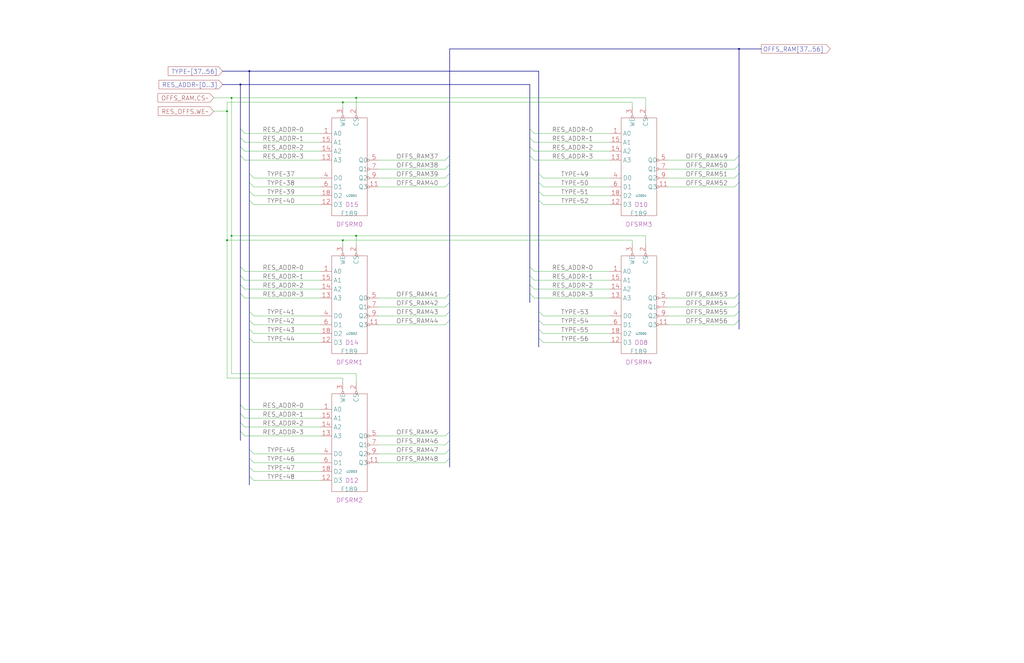
<source format=kicad_sch>
(kicad_sch (version 20230121) (generator eeschema)
  (paper "User" 584.2 378.46)
  (title_block (title "RESOLVE OFFSET RAM") (date "22-MAY-90") (rev "1.0") (comment 1 "SEQUENCER") (comment 2 "232-003064") (comment 3 "S400") (comment 4 "RELEASED"))
  (lib_symbols
    (symbol "r1000:F189" (pin_names (offset 1.016))
      (property "Reference" "U" (at 2.54 5.08 0))
      (property "Value" "F189" (at -3.81 -5.08 0))
      (property "Location" "___" (at -1.27 0 0))
      (property "Name" "______" (at 1.27 -12.7 0))
      (symbol "F189_1_1"
        (rectangle (start -8.89 49.53) (end 11.43 -6.35))
        (circle (center -2.54 50.165) (radius 0.635))
        (circle (center 5.08 50.165) (radius 0.635))
        (circle (center 12.065 10.16) (radius 0.635))
        (circle (center 12.065 15.24) (radius 0.635))
        (circle (center 12.065 20.32) (radius 0.635))
        (circle (center 12.065 25.4) (radius 0.635))
        (pin input line (at -15.24 40.64 0) (length 6.35) (name "A0") (number "1"))
        (pin tri_state line (at 17.78 10.16 180) (length 5.08) (name "Q3") (number "11"))
        (pin input line (at -15.24 0 0) (length 6.35) (name "D3") (number "12"))
        (pin input line (at -15.24 25.4 0) (length 6.35) (name "A3") (number "13"))
        (pin input line (at -15.24 30.48 0) (length 6.35) (name "A2") (number "14"))
        (pin input line (at -15.24 35.56 0) (length 6.35) (name "A1") (number "15"))
        (pin input line (at -15.24 5.08 0) (length 6.35) (name "D2") (number "18"))
        (pin input line (at 5.08 55.88 270) (length 5.08) (name "CS") (number "2"))
        (pin input line (at -2.54 55.88 270) (length 5.08) (name "WE") (number "3"))
        (pin input line (at -15.24 15.24 0) (length 6.35) (name "D0") (number "4"))
        (pin tri_state line (at 17.78 25.4 180) (length 5.08) (name "Q0") (number "5"))
        (pin input line (at -15.24 10.16 0) (length 6.35) (name "D1") (number "6"))
        (pin tri_state line (at 17.78 20.32 180) (length 5.08) (name "Q1") (number "7"))
        (pin tri_state line (at 17.78 15.24 180) (length 5.08) (name "Q2") (number "9"))
      )
    )
  )
  (junction (at 195.58 137.16))
  (junction (at 203.2 55.88))
  (junction (at 129.54 63.5))
  (junction (at 421.64 27.94))
  (junction (at 195.58 58.42))
  (junction (at 137.16 48.26))
  (junction (at 132.08 134.62))
  (junction (at 142.24 40.64))
  (junction (at 132.08 55.88))
  (junction (at 203.2 134.62))
  (junction (at 129.54 137.16))
  (bus_entry (at 142.24 182.88) (size 2.54 2.54))
  (bus_entry (at 302.26 78.74) (size 2.54 2.54))
  (bus_entry (at 302.26 152.4) (size 2.54 2.54))
  (bus_entry (at 307.34 109.22) (size 2.54 2.54))
  (bus_entry (at 421.64 104.14) (size -2.54 2.54))
  (bus_entry (at 137.16 236.22) (size 2.54 2.54))
  (bus_entry (at 137.16 78.74) (size 2.54 2.54))
  (bus_entry (at 421.64 93.98) (size -2.54 2.54))
  (bus_entry (at 137.16 231.14) (size 2.54 2.54))
  (bus_entry (at 142.24 187.96) (size 2.54 2.54))
  (bus_entry (at 142.24 99.06) (size 2.54 2.54))
  (bus_entry (at 142.24 104.14) (size 2.54 2.54))
  (bus_entry (at 142.24 271.78) (size 2.54 2.54))
  (bus_entry (at 421.64 99.06) (size -2.54 2.54))
  (bus_entry (at 421.64 172.72) (size -2.54 2.54))
  (bus_entry (at 137.16 157.48) (size 2.54 2.54))
  (bus_entry (at 421.64 88.9) (size -2.54 2.54))
  (bus_entry (at 307.34 99.06) (size 2.54 2.54))
  (bus_entry (at 142.24 256.54) (size 2.54 2.54))
  (bus_entry (at 142.24 261.62) (size 2.54 2.54))
  (bus_entry (at 421.64 167.64) (size -2.54 2.54))
  (bus_entry (at 142.24 193.04) (size 2.54 2.54))
  (bus_entry (at 302.26 88.9) (size 2.54 2.54))
  (bus_entry (at 256.54 177.8) (size -2.54 2.54))
  (bus_entry (at 307.34 193.04) (size 2.54 2.54))
  (bus_entry (at 302.26 162.56) (size 2.54 2.54))
  (bus_entry (at 137.16 241.3) (size 2.54 2.54))
  (bus_entry (at 256.54 88.9) (size -2.54 2.54))
  (bus_entry (at 302.26 157.48) (size 2.54 2.54))
  (bus_entry (at 137.16 88.9) (size 2.54 2.54))
  (bus_entry (at 137.16 246.38) (size 2.54 2.54))
  (bus_entry (at 307.34 104.14) (size 2.54 2.54))
  (bus_entry (at 302.26 73.66) (size 2.54 2.54))
  (bus_entry (at 142.24 109.22) (size 2.54 2.54))
  (bus_entry (at 256.54 104.14) (size -2.54 2.54))
  (bus_entry (at 256.54 251.46) (size -2.54 2.54))
  (bus_entry (at 142.24 177.8) (size 2.54 2.54))
  (bus_entry (at 256.54 182.88) (size -2.54 2.54))
  (bus_entry (at 142.24 114.3) (size 2.54 2.54))
  (bus_entry (at 307.34 177.8) (size 2.54 2.54))
  (bus_entry (at 256.54 167.64) (size -2.54 2.54))
  (bus_entry (at 137.16 83.82) (size 2.54 2.54))
  (bus_entry (at 256.54 99.06) (size -2.54 2.54))
  (bus_entry (at 302.26 83.82) (size 2.54 2.54))
  (bus_entry (at 421.64 177.8) (size -2.54 2.54))
  (bus_entry (at 256.54 256.54) (size -2.54 2.54))
  (bus_entry (at 256.54 172.72) (size -2.54 2.54))
  (bus_entry (at 256.54 246.38) (size -2.54 2.54))
  (bus_entry (at 421.64 182.88) (size -2.54 2.54))
  (bus_entry (at 256.54 261.62) (size -2.54 2.54))
  (bus_entry (at 307.34 187.96) (size 2.54 2.54))
  (bus_entry (at 302.26 167.64) (size 2.54 2.54))
  (bus_entry (at 307.34 114.3) (size 2.54 2.54))
  (bus_entry (at 137.16 152.4) (size 2.54 2.54))
  (bus_entry (at 137.16 167.64) (size 2.54 2.54))
  (bus_entry (at 142.24 266.7) (size 2.54 2.54))
  (bus_entry (at 137.16 73.66) (size 2.54 2.54))
  (bus_entry (at 137.16 162.56) (size 2.54 2.54))
  (bus_entry (at 256.54 93.98) (size -2.54 2.54))
  (bus_entry (at 307.34 182.88) (size 2.54 2.54))
  (wire (pts (xy 215.9 254) (xy 254 254)))
  (wire (pts (xy 360.68 58.42) (xy 195.58 58.42)))
  (wire (pts (xy 129.54 137.16) (xy 195.58 137.16)))
  (bus (pts (xy 421.64 99.06) (xy 421.64 104.14)))
  (wire (pts (xy 304.8 160.02) (xy 347.98 160.02)))
  (wire (pts (xy 309.88 195.58) (xy 347.98 195.58)))
  (wire (pts (xy 195.58 137.16) (xy 360.68 137.16)))
  (wire (pts (xy 139.7 243.84) (xy 182.88 243.84)))
  (bus (pts (xy 256.54 104.14) (xy 256.54 167.64)))
  (wire (pts (xy 203.2 218.44) (xy 203.2 213.36)))
  (wire (pts (xy 129.54 58.42) (xy 129.54 63.5)))
  (bus (pts (xy 421.64 167.64) (xy 421.64 172.72)))
  (bus (pts (xy 307.34 40.64) (xy 307.34 99.06)))
  (wire (pts (xy 121.92 63.5) (xy 129.54 63.5)))
  (bus (pts (xy 421.64 104.14) (xy 421.64 167.64)))
  (bus (pts (xy 256.54 27.94) (xy 256.54 88.9)))
  (bus (pts (xy 307.34 193.04) (xy 307.34 198.12)))
  (wire (pts (xy 144.78 101.6) (xy 182.88 101.6)))
  (bus (pts (xy 421.64 88.9) (xy 421.64 93.98)))
  (wire (pts (xy 368.3 139.7) (xy 368.3 134.62)))
  (wire (pts (xy 129.54 137.16) (xy 129.54 215.9)))
  (bus (pts (xy 302.26 152.4) (xy 302.26 157.48)))
  (bus (pts (xy 137.16 236.22) (xy 137.16 241.3)))
  (bus (pts (xy 142.24 187.96) (xy 142.24 193.04)))
  (wire (pts (xy 139.7 248.92) (xy 182.88 248.92)))
  (bus (pts (xy 256.54 167.64) (xy 256.54 172.72)))
  (wire (pts (xy 215.9 106.68) (xy 254 106.68)))
  (wire (pts (xy 195.58 215.9) (xy 195.58 218.44)))
  (wire (pts (xy 195.58 58.42) (xy 129.54 58.42)))
  (wire (pts (xy 368.3 55.88) (xy 368.3 60.96)))
  (bus (pts (xy 142.24 104.14) (xy 142.24 109.22)))
  (wire (pts (xy 139.7 170.18) (xy 182.88 170.18)))
  (bus (pts (xy 137.16 88.9) (xy 137.16 152.4)))
  (bus (pts (xy 142.24 114.3) (xy 142.24 177.8)))
  (wire (pts (xy 139.7 81.28) (xy 182.88 81.28)))
  (wire (pts (xy 309.88 185.42) (xy 347.98 185.42)))
  (bus (pts (xy 256.54 27.94) (xy 421.64 27.94)))
  (wire (pts (xy 215.9 185.42) (xy 254 185.42)))
  (bus (pts (xy 256.54 93.98) (xy 256.54 99.06)))
  (wire (pts (xy 309.88 116.84) (xy 347.98 116.84)))
  (wire (pts (xy 304.8 91.44) (xy 347.98 91.44)))
  (wire (pts (xy 309.88 106.68) (xy 347.98 106.68)))
  (bus (pts (xy 421.64 27.94) (xy 421.64 88.9)))
  (bus (pts (xy 256.54 256.54) (xy 256.54 261.62)))
  (wire (pts (xy 132.08 55.88) (xy 203.2 55.88)))
  (wire (pts (xy 144.78 180.34) (xy 182.88 180.34)))
  (wire (pts (xy 215.9 170.18) (xy 254 170.18)))
  (bus (pts (xy 307.34 177.8) (xy 307.34 182.88)))
  (wire (pts (xy 144.78 106.68) (xy 182.88 106.68)))
  (wire (pts (xy 139.7 233.68) (xy 182.88 233.68)))
  (bus (pts (xy 307.34 114.3) (xy 307.34 177.8)))
  (wire (pts (xy 203.2 55.88) (xy 368.3 55.88)))
  (wire (pts (xy 139.7 86.36) (xy 182.88 86.36)))
  (wire (pts (xy 203.2 134.62) (xy 368.3 134.62)))
  (wire (pts (xy 129.54 63.5) (xy 129.54 137.16)))
  (wire (pts (xy 139.7 160.02) (xy 182.88 160.02)))
  (bus (pts (xy 137.16 167.64) (xy 137.16 231.14)))
  (bus (pts (xy 142.24 193.04) (xy 142.24 256.54)))
  (bus (pts (xy 137.16 48.26) (xy 137.16 73.66)))
  (wire (pts (xy 132.08 134.62) (xy 132.08 55.88)))
  (bus (pts (xy 142.24 261.62) (xy 142.24 266.7)))
  (bus (pts (xy 137.16 83.82) (xy 137.16 88.9)))
  (wire (pts (xy 309.88 111.76) (xy 347.98 111.76)))
  (bus (pts (xy 302.26 73.66) (xy 302.26 78.74)))
  (wire (pts (xy 129.54 215.9) (xy 195.58 215.9)))
  (wire (pts (xy 144.78 269.24) (xy 182.88 269.24)))
  (wire (pts (xy 144.78 264.16) (xy 182.88 264.16)))
  (wire (pts (xy 215.9 180.34) (xy 254 180.34)))
  (wire (pts (xy 132.08 134.62) (xy 203.2 134.62)))
  (bus (pts (xy 302.26 78.74) (xy 302.26 83.82)))
  (wire (pts (xy 139.7 165.1) (xy 182.88 165.1)))
  (wire (pts (xy 144.78 274.32) (xy 182.88 274.32)))
  (bus (pts (xy 302.26 48.26) (xy 302.26 73.66)))
  (bus (pts (xy 127 40.64) (xy 142.24 40.64)))
  (bus (pts (xy 421.64 177.8) (xy 421.64 182.88)))
  (bus (pts (xy 256.54 251.46) (xy 256.54 256.54)))
  (wire (pts (xy 215.9 101.6) (xy 254 101.6)))
  (bus (pts (xy 302.26 88.9) (xy 302.26 152.4)))
  (bus (pts (xy 421.64 182.88) (xy 421.64 187.96)))
  (bus (pts (xy 421.64 172.72) (xy 421.64 177.8)))
  (bus (pts (xy 137.16 231.14) (xy 137.16 236.22)))
  (wire (pts (xy 144.78 195.58) (xy 182.88 195.58)))
  (wire (pts (xy 304.8 154.94) (xy 347.98 154.94)))
  (wire (pts (xy 195.58 58.42) (xy 195.58 60.96)))
  (wire (pts (xy 144.78 111.76) (xy 182.88 111.76)))
  (bus (pts (xy 137.16 157.48) (xy 137.16 162.56)))
  (wire (pts (xy 195.58 139.7) (xy 195.58 137.16)))
  (bus (pts (xy 137.16 152.4) (xy 137.16 157.48)))
  (wire (pts (xy 304.8 81.28) (xy 347.98 81.28)))
  (wire (pts (xy 144.78 190.5) (xy 182.88 190.5)))
  (wire (pts (xy 381 96.52) (xy 419.1 96.52)))
  (wire (pts (xy 144.78 185.42) (xy 182.88 185.42)))
  (bus (pts (xy 302.26 167.64) (xy 302.26 172.72)))
  (bus (pts (xy 256.54 246.38) (xy 256.54 251.46)))
  (bus (pts (xy 307.34 187.96) (xy 307.34 193.04)))
  (bus (pts (xy 142.24 271.78) (xy 142.24 276.86)))
  (wire (pts (xy 215.9 91.44) (xy 254 91.44)))
  (bus (pts (xy 302.26 162.56) (xy 302.26 167.64)))
  (wire (pts (xy 139.7 76.2) (xy 182.88 76.2)))
  (bus (pts (xy 302.26 83.82) (xy 302.26 88.9)))
  (wire (pts (xy 309.88 101.6) (xy 347.98 101.6)))
  (wire (pts (xy 381 185.42) (xy 419.1 185.42)))
  (bus (pts (xy 137.16 73.66) (xy 137.16 78.74)))
  (bus (pts (xy 142.24 109.22) (xy 142.24 114.3)))
  (wire (pts (xy 381 175.26) (xy 419.1 175.26)))
  (bus (pts (xy 421.64 27.94) (xy 434.34 27.94)))
  (wire (pts (xy 304.8 86.36) (xy 347.98 86.36)))
  (wire (pts (xy 215.9 264.16) (xy 254 264.16)))
  (wire (pts (xy 139.7 91.44) (xy 182.88 91.44)))
  (wire (pts (xy 304.8 76.2) (xy 347.98 76.2)))
  (bus (pts (xy 256.54 172.72) (xy 256.54 177.8)))
  (bus (pts (xy 256.54 88.9) (xy 256.54 93.98)))
  (wire (pts (xy 139.7 238.76) (xy 182.88 238.76)))
  (wire (pts (xy 381 180.34) (xy 419.1 180.34)))
  (bus (pts (xy 421.64 93.98) (xy 421.64 99.06)))
  (bus (pts (xy 256.54 99.06) (xy 256.54 104.14)))
  (bus (pts (xy 256.54 261.62) (xy 256.54 266.7)))
  (wire (pts (xy 381 101.6) (xy 419.1 101.6)))
  (wire (pts (xy 121.92 55.88) (xy 132.08 55.88)))
  (wire (pts (xy 203.2 213.36) (xy 132.08 213.36)))
  (bus (pts (xy 127 48.26) (xy 137.16 48.26)))
  (wire (pts (xy 309.88 180.34) (xy 347.98 180.34)))
  (wire (pts (xy 139.7 154.94) (xy 182.88 154.94)))
  (wire (pts (xy 381 106.68) (xy 419.1 106.68)))
  (bus (pts (xy 256.54 182.88) (xy 256.54 246.38)))
  (wire (pts (xy 132.08 213.36) (xy 132.08 134.62)))
  (wire (pts (xy 381 170.18) (xy 419.1 170.18)))
  (bus (pts (xy 142.24 40.64) (xy 142.24 99.06)))
  (wire (pts (xy 203.2 55.88) (xy 203.2 60.96)))
  (wire (pts (xy 309.88 190.5) (xy 347.98 190.5)))
  (bus (pts (xy 142.24 182.88) (xy 142.24 187.96)))
  (bus (pts (xy 307.34 99.06) (xy 307.34 104.14)))
  (wire (pts (xy 215.9 248.92) (xy 254 248.92)))
  (bus (pts (xy 137.16 246.38) (xy 137.16 251.46)))
  (bus (pts (xy 302.26 157.48) (xy 302.26 162.56)))
  (wire (pts (xy 360.68 139.7) (xy 360.68 137.16)))
  (wire (pts (xy 144.78 116.84) (xy 182.88 116.84)))
  (bus (pts (xy 142.24 266.7) (xy 142.24 271.78)))
  (bus (pts (xy 307.34 182.88) (xy 307.34 187.96)))
  (bus (pts (xy 142.24 40.64) (xy 307.34 40.64)))
  (bus (pts (xy 142.24 99.06) (xy 142.24 104.14)))
  (wire (pts (xy 144.78 259.08) (xy 182.88 259.08)))
  (bus (pts (xy 256.54 177.8) (xy 256.54 182.88)))
  (wire (pts (xy 381 91.44) (xy 419.1 91.44)))
  (bus (pts (xy 137.16 78.74) (xy 137.16 83.82)))
  (wire (pts (xy 215.9 96.52) (xy 254 96.52)))
  (bus (pts (xy 142.24 177.8) (xy 142.24 182.88)))
  (wire (pts (xy 304.8 165.1) (xy 347.98 165.1)))
  (wire (pts (xy 304.8 170.18) (xy 347.98 170.18)))
  (bus (pts (xy 137.16 241.3) (xy 137.16 246.38)))
  (bus (pts (xy 307.34 109.22) (xy 307.34 114.3)))
  (wire (pts (xy 360.68 60.96) (xy 360.68 58.42)))
  (wire (pts (xy 215.9 175.26) (xy 254 175.26)))
  (bus (pts (xy 142.24 256.54) (xy 142.24 261.62)))
  (wire (pts (xy 215.9 259.08) (xy 254 259.08)))
  (wire (pts (xy 203.2 139.7) (xy 203.2 134.62)))
  (bus (pts (xy 137.16 48.26) (xy 302.26 48.26)))
  (bus (pts (xy 137.16 162.56) (xy 137.16 167.64)))
  (bus (pts (xy 307.34 104.14) (xy 307.34 109.22)))
  (label "OFFS_RAM44" (at 226.06 185.42 0) (effects (font (size 2.54 2.54))))
  (label "TYPE~42" (at 152.4 185.42 0) (effects (font (size 2.54 2.54))))
  (label "TYPE~47" (at 152.4 269.24 0) (effects (font (size 2.54 2.54))))
  (label "TYPE~38" (at 152.4 106.68 0) (effects (font (size 2.54 2.54))))
  (label "RES_ADDR~1" (at 314.96 81.28 0) (effects (font (size 2.54 2.54))))
  (label "OFFS_RAM38" (at 226.06 96.52 0) (effects (font (size 2.54 2.54))))
  (label "TYPE~40" (at 152.4 116.84 0) (effects (font (size 2.54 2.54))))
  (label "RES_ADDR~2" (at 149.86 86.36 0) (effects (font (size 2.54 2.54))))
  (label "RES_ADDR~3" (at 314.96 170.18 0) (effects (font (size 2.54 2.54))))
  (label "OFFS_RAM54" (at 391.16 175.26 0) (effects (font (size 2.54 2.54))))
  (label "RES_ADDR~3" (at 149.86 248.92 0) (effects (font (size 2.54 2.54))))
  (label "OFFS_RAM56" (at 391.16 185.42 0) (effects (font (size 2.54 2.54))))
  (label "OFFS_RAM51" (at 391.16 101.6 0) (effects (font (size 2.54 2.54))))
  (label "TYPE~46" (at 152.4 264.16 0) (effects (font (size 2.54 2.54))))
  (label "RES_ADDR~2" (at 314.96 165.1 0) (effects (font (size 2.54 2.54))))
  (label "OFFS_RAM43" (at 226.06 180.34 0) (effects (font (size 2.54 2.54))))
  (label "TYPE~48" (at 152.4 274.32 0) (effects (font (size 2.54 2.54))))
  (label "TYPE~52" (at 320.04 116.84 0) (effects (font (size 2.54 2.54))))
  (label "RES_ADDR~0" (at 149.86 76.2 0) (effects (font (size 2.54 2.54))))
  (label "RES_ADDR~2" (at 149.86 243.84 0) (effects (font (size 2.54 2.54))))
  (label "RES_ADDR~0" (at 149.86 233.68 0) (effects (font (size 2.54 2.54))))
  (label "TYPE~55" (at 320.04 190.5 0) (effects (font (size 2.54 2.54))))
  (label "OFFS_RAM49" (at 391.16 91.44 0) (effects (font (size 2.54 2.54))))
  (label "RES_ADDR~1" (at 149.86 238.76 0) (effects (font (size 2.54 2.54))))
  (label "OFFS_RAM47" (at 226.06 259.08 0) (effects (font (size 2.54 2.54))))
  (label "RES_ADDR~0" (at 314.96 154.94 0) (effects (font (size 2.54 2.54))))
  (label "RES_ADDR~3" (at 149.86 91.44 0) (effects (font (size 2.54 2.54))))
  (label "TYPE~50" (at 320.04 106.68 0) (effects (font (size 2.54 2.54))))
  (label "TYPE~51" (at 320.04 111.76 0) (effects (font (size 2.54 2.54))))
  (label "OFFS_RAM46" (at 226.06 254 0) (effects (font (size 2.54 2.54))))
  (label "TYPE~49" (at 320.04 101.6 0) (effects (font (size 2.54 2.54))))
  (label "OFFS_RAM50" (at 391.16 96.52 0) (effects (font (size 2.54 2.54))))
  (label "RES_ADDR~2" (at 149.86 165.1 0) (effects (font (size 2.54 2.54))))
  (label "OFFS_RAM53" (at 391.16 170.18 0) (effects (font (size 2.54 2.54))))
  (label "RES_ADDR~3" (at 149.86 170.18 0) (effects (font (size 2.54 2.54))))
  (label "RES_ADDR~0" (at 314.96 76.2 0) (effects (font (size 2.54 2.54))))
  (label "RES_ADDR~1" (at 149.86 81.28 0) (effects (font (size 2.54 2.54))))
  (label "RES_ADDR~1" (at 314.96 160.02 0) (effects (font (size 2.54 2.54))))
  (label "OFFS_RAM41" (at 226.06 170.18 0) (effects (font (size 2.54 2.54))))
  (label "TYPE~44" (at 152.4 195.58 0) (effects (font (size 2.54 2.54))))
  (label "OFFS_RAM37" (at 226.06 91.44 0) (effects (font (size 2.54 2.54))))
  (label "OFFS_RAM48" (at 226.06 264.16 0) (effects (font (size 2.54 2.54))))
  (label "TYPE~56" (at 320.04 195.58 0) (effects (font (size 2.54 2.54))))
  (label "TYPE~41" (at 152.4 180.34 0) (effects (font (size 2.54 2.54))))
  (label "RES_ADDR~1" (at 149.86 160.02 0) (effects (font (size 2.54 2.54))))
  (label "TYPE~43" (at 152.4 190.5 0) (effects (font (size 2.54 2.54))))
  (label "OFFS_RAM45" (at 226.06 248.92 0) (effects (font (size 2.54 2.54))))
  (label "OFFS_RAM40" (at 226.06 106.68 0) (effects (font (size 2.54 2.54))))
  (label "OFFS_RAM42" (at 226.06 175.26 0) (effects (font (size 2.54 2.54))))
  (label "RES_ADDR~2" (at 314.96 86.36 0) (effects (font (size 2.54 2.54))))
  (label "OFFS_RAM52" (at 391.16 106.68 0) (effects (font (size 2.54 2.54))))
  (label "TYPE~54" (at 320.04 185.42 0) (effects (font (size 2.54 2.54))))
  (label "TYPE~53" (at 320.04 180.34 0) (effects (font (size 2.54 2.54))))
  (label "RES_ADDR~0" (at 149.86 154.94 0) (effects (font (size 2.54 2.54))))
  (label "OFFS_RAM39" (at 226.06 101.6 0) (effects (font (size 2.54 2.54))))
  (label "TYPE~45" (at 152.4 259.08 0) (effects (font (size 2.54 2.54))))
  (label "TYPE~37" (at 152.4 101.6 0) (effects (font (size 2.54 2.54))))
  (label "TYPE~39" (at 152.4 111.76 0) (effects (font (size 2.54 2.54))))
  (label "OFFS_RAM55" (at 391.16 180.34 0) (effects (font (size 2.54 2.54))))
  (label "RES_ADDR~3" (at 314.96 91.44 0) (effects (font (size 2.54 2.54))))
  (global_label "OFFS_RAM[37..56]" (shape output) (at 434.34 27.94 0) (effects (font (size 2.54 2.54))) (property "Intersheetrefs" "${INTERSHEET_REFS}" (at 473.6374 27.7813 0) (effects (font (size 1.905 1.905)) (justify left))))
  (global_label "RES_OFFS.WE~" (shape input) (at 121.92 63.5 180) (effects (font (size 2.54 2.54))) (property "Intersheetrefs" "${INTERSHEET_REFS}" (at 90.2426 63.3413 0) (effects (font (size 1.905 1.905)) (justify right))))
  (global_label "RES_ADDR~[0..3]" (shape input) (at 127 48.26 180) (effects (font (size 2.54 2.54))) (property "Intersheetrefs" "${INTERSHEET_REFS}" (at 90.7264 48.1013 0) (effects (font (size 1.905 1.905)) (justify right))))
  (global_label "OFFS_RAM.CS~" (shape input) (at 121.92 55.88 180) (effects (font (size 2.54 2.54))) (property "Intersheetrefs" "${INTERSHEET_REFS}" (at 90.1216 55.7213 0) (effects (font (size 1.905 1.905)) (justify right))))
  (global_label "TYPE~[37..56]" (shape input) (at 127 40.64 180) (effects (font (size 2.54 2.54))) (property "Intersheetrefs" "${INTERSHEET_REFS}" (at 95.9273 40.4813 0) (effects (font (size 1.905 1.905)) (justify right))))
  (symbol (lib_id "r1000:F189") (at 363.22 195.58 0) (unit 1)
    (property "Reference" "U2005" (at 365.76 190.5 0))
    (property "Value" "F189" (at 359.41 200.66 0) (effects (font (size 2.54 2.54)) (justify left)))
    (property "Location" "D08" (at 361.95 195.58 0) (effects (font (size 2.54 2.54)) (justify left)))
    (property "Name" "DFSRM4" (at 364.49 208.28 0) (effects (font (size 2.54 2.54)) (justify bottom)))
  )
  (symbol (lib_id "r1000:F189") (at 363.22 116.84 0) (unit 1)
    (property "Reference" "U2004" (at 365.76 111.76 0))
    (property "Value" "F189" (at 359.41 121.92 0) (effects (font (size 2.54 2.54)) (justify left)))
    (property "Location" "D10" (at 361.95 116.84 0) (effects (font (size 2.54 2.54)) (justify left)))
    (property "Name" "DFSRM3" (at 364.49 129.54 0) (effects (font (size 2.54 2.54)) (justify bottom)))
  )
  (symbol (lib_id "r1000:F189") (at 198.12 274.32 0) (unit 1)
    (property "Reference" "U2003" (at 200.66 269.24 0))
    (property "Value" "F189" (at 194.31 279.4 0) (effects (font (size 2.54 2.54)) (justify left)))
    (property "Location" "D12" (at 196.85 274.32 0) (effects (font (size 2.54 2.54)) (justify left)))
    (property "Name" "DFSRM2" (at 199.39 287.02 0) (effects (font (size 2.54 2.54)) (justify bottom)))
  )
  (symbol (lib_id "r1000:F189") (at 198.12 195.58 0) (unit 1)
    (property "Reference" "U2002" (at 200.66 190.5 0))
    (property "Value" "F189" (at 194.31 200.66 0) (effects (font (size 2.54 2.54)) (justify left)))
    (property "Location" "D14" (at 196.85 195.58 0) (effects (font (size 2.54 2.54)) (justify left)))
    (property "Name" "DFSRM1" (at 199.39 208.28 0) (effects (font (size 2.54 2.54)) (justify bottom)))
  )
  (symbol (lib_id "r1000:F189") (at 198.12 116.84 0) (unit 1)
    (property "Reference" "U2001" (at 200.66 111.76 0))
    (property "Value" "F189" (at 194.31 121.92 0) (effects (font (size 2.54 2.54)) (justify left)))
    (property "Location" "D15" (at 196.85 116.84 0) (effects (font (size 2.54 2.54)) (justify left)))
    (property "Name" "DFSRM0" (at 199.39 129.54 0) (effects (font (size 2.54 2.54)) (justify bottom)))
  )
)
</source>
